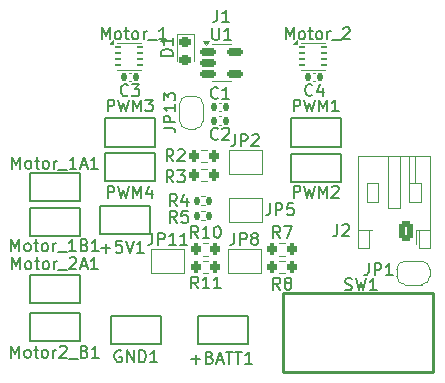
<source format=gbr>
%TF.GenerationSoftware,KiCad,Pcbnew,8.0.0*%
%TF.CreationDate,2024-03-24T20:02:06+02:00*%
%TF.ProjectId,Power Subsystem,506f7765-7220-4537-9562-73797374656d,rev?*%
%TF.SameCoordinates,Original*%
%TF.FileFunction,Legend,Top*%
%TF.FilePolarity,Positive*%
%FSLAX46Y46*%
G04 Gerber Fmt 4.6, Leading zero omitted, Abs format (unit mm)*
G04 Created by KiCad (PCBNEW 8.0.0) date 2024-03-24 20:02:06*
%MOMM*%
%LPD*%
G01*
G04 APERTURE LIST*
G04 Aperture macros list*
%AMRoundRect*
0 Rectangle with rounded corners*
0 $1 Rounding radius*
0 $2 $3 $4 $5 $6 $7 $8 $9 X,Y pos of 4 corners*
0 Add a 4 corners polygon primitive as box body*
4,1,4,$2,$3,$4,$5,$6,$7,$8,$9,$2,$3,0*
0 Add four circle primitives for the rounded corners*
1,1,$1+$1,$2,$3*
1,1,$1+$1,$4,$5*
1,1,$1+$1,$6,$7*
1,1,$1+$1,$8,$9*
0 Add four rect primitives between the rounded corners*
20,1,$1+$1,$2,$3,$4,$5,0*
20,1,$1+$1,$4,$5,$6,$7,0*
20,1,$1+$1,$6,$7,$8,$9,0*
20,1,$1+$1,$8,$9,$2,$3,0*%
%AMFreePoly0*
4,1,19,0.500000,-0.750000,0.000000,-0.750000,0.000000,-0.744911,-0.071157,-0.744911,-0.207708,-0.704816,-0.327430,-0.627875,-0.420627,-0.520320,-0.479746,-0.390866,-0.500000,-0.250000,-0.500000,0.250000,-0.479746,0.390866,-0.420627,0.520320,-0.327430,0.627875,-0.207708,0.704816,-0.071157,0.744911,0.000000,0.744911,0.000000,0.750000,0.500000,0.750000,0.500000,-0.750000,0.500000,-0.750000,
$1*%
%AMFreePoly1*
4,1,19,0.000000,0.744911,0.071157,0.744911,0.207708,0.704816,0.327430,0.627875,0.420627,0.520320,0.479746,0.390866,0.500000,0.250000,0.500000,-0.250000,0.479746,-0.390866,0.420627,-0.520320,0.327430,-0.627875,0.207708,-0.704816,0.071157,-0.744911,0.000000,-0.744911,0.000000,-0.750000,-0.500000,-0.750000,-0.500000,0.750000,0.000000,0.750000,0.000000,0.744911,0.000000,0.744911,
$1*%
%AMFreePoly2*
4,1,6,1.000000,0.000000,0.500000,-0.750000,-0.500000,-0.750000,-0.500000,0.750000,0.500000,0.750000,1.000000,0.000000,1.000000,0.000000,$1*%
%AMFreePoly3*
4,1,6,0.500000,-0.750000,-0.650000,-0.750000,-0.150000,0.000000,-0.650000,0.750000,0.500000,0.750000,0.500000,-0.750000,0.500000,-0.750000,$1*%
G04 Aperture macros list end*
%ADD10C,0.150000*%
%ADD11C,0.254000*%
%ADD12C,0.120000*%
%ADD13C,2.500000*%
%ADD14FreePoly0,0.000000*%
%ADD15FreePoly1,0.000000*%
%ADD16RoundRect,0.140000X0.140000X0.170000X-0.140000X0.170000X-0.140000X-0.170000X0.140000X-0.170000X0*%
%ADD17RoundRect,0.200000X-0.200000X-0.275000X0.200000X-0.275000X0.200000X0.275000X-0.200000X0.275000X0*%
%ADD18R,3.800000X2.000000*%
%ADD19RoundRect,0.250000X0.350000X0.625000X-0.350000X0.625000X-0.350000X-0.625000X0.350000X-0.625000X0*%
%ADD20O,1.200000X1.750000*%
%ADD21FreePoly2,180.000000*%
%ADD22FreePoly3,180.000000*%
%ADD23FreePoly0,90.000000*%
%ADD24FreePoly1,90.000000*%
%ADD25FreePoly2,0.000000*%
%ADD26FreePoly3,0.000000*%
%ADD27RoundRect,0.062500X-0.187500X-0.062500X0.187500X-0.062500X0.187500X0.062500X-0.187500X0.062500X0*%
%ADD28R,0.900000X1.600000*%
%ADD29RoundRect,0.150000X-0.512500X-0.150000X0.512500X-0.150000X0.512500X0.150000X-0.512500X0.150000X0*%
%ADD30RoundRect,0.200000X0.200000X0.275000X-0.200000X0.275000X-0.200000X-0.275000X0.200000X-0.275000X0*%
%ADD31RoundRect,0.135000X0.135000X0.185000X-0.135000X0.185000X-0.135000X-0.185000X0.135000X-0.185000X0*%
%ADD32RoundRect,0.140000X-0.140000X-0.170000X0.140000X-0.170000X0.140000X0.170000X-0.140000X0.170000X0*%
%ADD33RoundRect,0.218750X-0.256250X0.218750X-0.256250X-0.218750X0.256250X-0.218750X0.256250X0.218750X0*%
%ADD34R,1.700000X1.700000*%
%ADD35O,1.700000X1.700000*%
G04 APERTURE END LIST*
D10*
X159956667Y-70257200D02*
X160099524Y-70304819D01*
X160099524Y-70304819D02*
X160337619Y-70304819D01*
X160337619Y-70304819D02*
X160432857Y-70257200D01*
X160432857Y-70257200D02*
X160480476Y-70209580D01*
X160480476Y-70209580D02*
X160528095Y-70114342D01*
X160528095Y-70114342D02*
X160528095Y-70019104D01*
X160528095Y-70019104D02*
X160480476Y-69923866D01*
X160480476Y-69923866D02*
X160432857Y-69876247D01*
X160432857Y-69876247D02*
X160337619Y-69828628D01*
X160337619Y-69828628D02*
X160147143Y-69781009D01*
X160147143Y-69781009D02*
X160051905Y-69733390D01*
X160051905Y-69733390D02*
X160004286Y-69685771D01*
X160004286Y-69685771D02*
X159956667Y-69590533D01*
X159956667Y-69590533D02*
X159956667Y-69495295D01*
X159956667Y-69495295D02*
X160004286Y-69400057D01*
X160004286Y-69400057D02*
X160051905Y-69352438D01*
X160051905Y-69352438D02*
X160147143Y-69304819D01*
X160147143Y-69304819D02*
X160385238Y-69304819D01*
X160385238Y-69304819D02*
X160528095Y-69352438D01*
X160861429Y-69304819D02*
X161099524Y-70304819D01*
X161099524Y-70304819D02*
X161290000Y-69590533D01*
X161290000Y-69590533D02*
X161480476Y-70304819D01*
X161480476Y-70304819D02*
X161718572Y-69304819D01*
X162623333Y-70304819D02*
X162051905Y-70304819D01*
X162337619Y-70304819D02*
X162337619Y-69304819D01*
X162337619Y-69304819D02*
X162242381Y-69447676D01*
X162242381Y-69447676D02*
X162147143Y-69542914D01*
X162147143Y-69542914D02*
X162051905Y-69590533D01*
X161980666Y-68034819D02*
X161980666Y-68749104D01*
X161980666Y-68749104D02*
X161933047Y-68891961D01*
X161933047Y-68891961D02*
X161837809Y-68987200D01*
X161837809Y-68987200D02*
X161694952Y-69034819D01*
X161694952Y-69034819D02*
X161599714Y-69034819D01*
X162456857Y-69034819D02*
X162456857Y-68034819D01*
X162456857Y-68034819D02*
X162837809Y-68034819D01*
X162837809Y-68034819D02*
X162933047Y-68082438D01*
X162933047Y-68082438D02*
X162980666Y-68130057D01*
X162980666Y-68130057D02*
X163028285Y-68225295D01*
X163028285Y-68225295D02*
X163028285Y-68368152D01*
X163028285Y-68368152D02*
X162980666Y-68463390D01*
X162980666Y-68463390D02*
X162933047Y-68511009D01*
X162933047Y-68511009D02*
X162837809Y-68558628D01*
X162837809Y-68558628D02*
X162456857Y-68558628D01*
X163980666Y-69034819D02*
X163409238Y-69034819D01*
X163694952Y-69034819D02*
X163694952Y-68034819D01*
X163694952Y-68034819D02*
X163599714Y-68177676D01*
X163599714Y-68177676D02*
X163504476Y-68272914D01*
X163504476Y-68272914D02*
X163409238Y-68320533D01*
X141576333Y-53782580D02*
X141528714Y-53830200D01*
X141528714Y-53830200D02*
X141385857Y-53877819D01*
X141385857Y-53877819D02*
X141290619Y-53877819D01*
X141290619Y-53877819D02*
X141147762Y-53830200D01*
X141147762Y-53830200D02*
X141052524Y-53734961D01*
X141052524Y-53734961D02*
X141004905Y-53639723D01*
X141004905Y-53639723D02*
X140957286Y-53449247D01*
X140957286Y-53449247D02*
X140957286Y-53306390D01*
X140957286Y-53306390D02*
X141004905Y-53115914D01*
X141004905Y-53115914D02*
X141052524Y-53020676D01*
X141052524Y-53020676D02*
X141147762Y-52925438D01*
X141147762Y-52925438D02*
X141290619Y-52877819D01*
X141290619Y-52877819D02*
X141385857Y-52877819D01*
X141385857Y-52877819D02*
X141528714Y-52925438D01*
X141528714Y-52925438D02*
X141576333Y-52973057D01*
X141909667Y-52877819D02*
X142528714Y-52877819D01*
X142528714Y-52877819D02*
X142195381Y-53258771D01*
X142195381Y-53258771D02*
X142338238Y-53258771D01*
X142338238Y-53258771D02*
X142433476Y-53306390D01*
X142433476Y-53306390D02*
X142481095Y-53354009D01*
X142481095Y-53354009D02*
X142528714Y-53449247D01*
X142528714Y-53449247D02*
X142528714Y-53687342D01*
X142528714Y-53687342D02*
X142481095Y-53782580D01*
X142481095Y-53782580D02*
X142433476Y-53830200D01*
X142433476Y-53830200D02*
X142338238Y-53877819D01*
X142338238Y-53877819D02*
X142052524Y-53877819D01*
X142052524Y-53877819D02*
X141957286Y-53830200D01*
X141957286Y-53830200D02*
X141909667Y-53782580D01*
X145425533Y-61160819D02*
X145092200Y-60684628D01*
X144854105Y-61160819D02*
X144854105Y-60160819D01*
X144854105Y-60160819D02*
X145235057Y-60160819D01*
X145235057Y-60160819D02*
X145330295Y-60208438D01*
X145330295Y-60208438D02*
X145377914Y-60256057D01*
X145377914Y-60256057D02*
X145425533Y-60351295D01*
X145425533Y-60351295D02*
X145425533Y-60494152D01*
X145425533Y-60494152D02*
X145377914Y-60589390D01*
X145377914Y-60589390D02*
X145330295Y-60637009D01*
X145330295Y-60637009D02*
X145235057Y-60684628D01*
X145235057Y-60684628D02*
X144854105Y-60684628D01*
X145758867Y-60160819D02*
X146377914Y-60160819D01*
X146377914Y-60160819D02*
X146044581Y-60541771D01*
X146044581Y-60541771D02*
X146187438Y-60541771D01*
X146187438Y-60541771D02*
X146282676Y-60589390D01*
X146282676Y-60589390D02*
X146330295Y-60637009D01*
X146330295Y-60637009D02*
X146377914Y-60732247D01*
X146377914Y-60732247D02*
X146377914Y-60970342D01*
X146377914Y-60970342D02*
X146330295Y-61065580D01*
X146330295Y-61065580D02*
X146282676Y-61113200D01*
X146282676Y-61113200D02*
X146187438Y-61160819D01*
X146187438Y-61160819D02*
X145901724Y-61160819D01*
X145901724Y-61160819D02*
X145806486Y-61113200D01*
X145806486Y-61113200D02*
X145758867Y-61065580D01*
X155610048Y-62465819D02*
X155610048Y-61465819D01*
X155610048Y-61465819D02*
X155991000Y-61465819D01*
X155991000Y-61465819D02*
X156086238Y-61513438D01*
X156086238Y-61513438D02*
X156133857Y-61561057D01*
X156133857Y-61561057D02*
X156181476Y-61656295D01*
X156181476Y-61656295D02*
X156181476Y-61799152D01*
X156181476Y-61799152D02*
X156133857Y-61894390D01*
X156133857Y-61894390D02*
X156086238Y-61942009D01*
X156086238Y-61942009D02*
X155991000Y-61989628D01*
X155991000Y-61989628D02*
X155610048Y-61989628D01*
X156514810Y-61465819D02*
X156752905Y-62465819D01*
X156752905Y-62465819D02*
X156943381Y-61751533D01*
X156943381Y-61751533D02*
X157133857Y-62465819D01*
X157133857Y-62465819D02*
X157371953Y-61465819D01*
X157752905Y-62465819D02*
X157752905Y-61465819D01*
X157752905Y-61465819D02*
X158086238Y-62180104D01*
X158086238Y-62180104D02*
X158419571Y-61465819D01*
X158419571Y-61465819D02*
X158419571Y-62465819D01*
X158848143Y-61561057D02*
X158895762Y-61513438D01*
X158895762Y-61513438D02*
X158991000Y-61465819D01*
X158991000Y-61465819D02*
X159229095Y-61465819D01*
X159229095Y-61465819D02*
X159324333Y-61513438D01*
X159324333Y-61513438D02*
X159371952Y-61561057D01*
X159371952Y-61561057D02*
X159419571Y-61656295D01*
X159419571Y-61656295D02*
X159419571Y-61751533D01*
X159419571Y-61751533D02*
X159371952Y-61894390D01*
X159371952Y-61894390D02*
X158800524Y-62465819D01*
X158800524Y-62465819D02*
X159419571Y-62465819D01*
X139862048Y-55166819D02*
X139862048Y-54166819D01*
X139862048Y-54166819D02*
X140243000Y-54166819D01*
X140243000Y-54166819D02*
X140338238Y-54214438D01*
X140338238Y-54214438D02*
X140385857Y-54262057D01*
X140385857Y-54262057D02*
X140433476Y-54357295D01*
X140433476Y-54357295D02*
X140433476Y-54500152D01*
X140433476Y-54500152D02*
X140385857Y-54595390D01*
X140385857Y-54595390D02*
X140338238Y-54643009D01*
X140338238Y-54643009D02*
X140243000Y-54690628D01*
X140243000Y-54690628D02*
X139862048Y-54690628D01*
X140766810Y-54166819D02*
X141004905Y-55166819D01*
X141004905Y-55166819D02*
X141195381Y-54452533D01*
X141195381Y-54452533D02*
X141385857Y-55166819D01*
X141385857Y-55166819D02*
X141623953Y-54166819D01*
X142004905Y-55166819D02*
X142004905Y-54166819D01*
X142004905Y-54166819D02*
X142338238Y-54881104D01*
X142338238Y-54881104D02*
X142671571Y-54166819D01*
X142671571Y-54166819D02*
X142671571Y-55166819D01*
X143052524Y-54166819D02*
X143671571Y-54166819D01*
X143671571Y-54166819D02*
X143338238Y-54547771D01*
X143338238Y-54547771D02*
X143481095Y-54547771D01*
X143481095Y-54547771D02*
X143576333Y-54595390D01*
X143576333Y-54595390D02*
X143623952Y-54643009D01*
X143623952Y-54643009D02*
X143671571Y-54738247D01*
X143671571Y-54738247D02*
X143671571Y-54976342D01*
X143671571Y-54976342D02*
X143623952Y-55071580D01*
X143623952Y-55071580D02*
X143576333Y-55119200D01*
X143576333Y-55119200D02*
X143481095Y-55166819D01*
X143481095Y-55166819D02*
X143195381Y-55166819D01*
X143195381Y-55166819D02*
X143100143Y-55119200D01*
X143100143Y-55119200D02*
X143052524Y-55071580D01*
X154466933Y-70254019D02*
X154133600Y-69777828D01*
X153895505Y-70254019D02*
X153895505Y-69254019D01*
X153895505Y-69254019D02*
X154276457Y-69254019D01*
X154276457Y-69254019D02*
X154371695Y-69301638D01*
X154371695Y-69301638D02*
X154419314Y-69349257D01*
X154419314Y-69349257D02*
X154466933Y-69444495D01*
X154466933Y-69444495D02*
X154466933Y-69587352D01*
X154466933Y-69587352D02*
X154419314Y-69682590D01*
X154419314Y-69682590D02*
X154371695Y-69730209D01*
X154371695Y-69730209D02*
X154276457Y-69777828D01*
X154276457Y-69777828D02*
X153895505Y-69777828D01*
X155038362Y-69682590D02*
X154943124Y-69634971D01*
X154943124Y-69634971D02*
X154895505Y-69587352D01*
X154895505Y-69587352D02*
X154847886Y-69492114D01*
X154847886Y-69492114D02*
X154847886Y-69444495D01*
X154847886Y-69444495D02*
X154895505Y-69349257D01*
X154895505Y-69349257D02*
X154943124Y-69301638D01*
X154943124Y-69301638D02*
X155038362Y-69254019D01*
X155038362Y-69254019D02*
X155228838Y-69254019D01*
X155228838Y-69254019D02*
X155324076Y-69301638D01*
X155324076Y-69301638D02*
X155371695Y-69349257D01*
X155371695Y-69349257D02*
X155419314Y-69444495D01*
X155419314Y-69444495D02*
X155419314Y-69492114D01*
X155419314Y-69492114D02*
X155371695Y-69587352D01*
X155371695Y-69587352D02*
X155324076Y-69634971D01*
X155324076Y-69634971D02*
X155228838Y-69682590D01*
X155228838Y-69682590D02*
X155038362Y-69682590D01*
X155038362Y-69682590D02*
X154943124Y-69730209D01*
X154943124Y-69730209D02*
X154895505Y-69777828D01*
X154895505Y-69777828D02*
X154847886Y-69873066D01*
X154847886Y-69873066D02*
X154847886Y-70063542D01*
X154847886Y-70063542D02*
X154895505Y-70158780D01*
X154895505Y-70158780D02*
X154943124Y-70206400D01*
X154943124Y-70206400D02*
X155038362Y-70254019D01*
X155038362Y-70254019D02*
X155228838Y-70254019D01*
X155228838Y-70254019D02*
X155324076Y-70206400D01*
X155324076Y-70206400D02*
X155371695Y-70158780D01*
X155371695Y-70158780D02*
X155419314Y-70063542D01*
X155419314Y-70063542D02*
X155419314Y-69873066D01*
X155419314Y-69873066D02*
X155371695Y-69777828D01*
X155371695Y-69777828D02*
X155324076Y-69730209D01*
X155324076Y-69730209D02*
X155228838Y-69682590D01*
X159305666Y-64732819D02*
X159305666Y-65447104D01*
X159305666Y-65447104D02*
X159258047Y-65589961D01*
X159258047Y-65589961D02*
X159162809Y-65685200D01*
X159162809Y-65685200D02*
X159019952Y-65732819D01*
X159019952Y-65732819D02*
X158924714Y-65732819D01*
X159734238Y-64828057D02*
X159781857Y-64780438D01*
X159781857Y-64780438D02*
X159877095Y-64732819D01*
X159877095Y-64732819D02*
X160115190Y-64732819D01*
X160115190Y-64732819D02*
X160210428Y-64780438D01*
X160210428Y-64780438D02*
X160258047Y-64828057D01*
X160258047Y-64828057D02*
X160305666Y-64923295D01*
X160305666Y-64923295D02*
X160305666Y-65018533D01*
X160305666Y-65018533D02*
X160258047Y-65161390D01*
X160258047Y-65161390D02*
X159686619Y-65732819D01*
X159686619Y-65732819D02*
X160305666Y-65732819D01*
X150651666Y-57112819D02*
X150651666Y-57827104D01*
X150651666Y-57827104D02*
X150604047Y-57969961D01*
X150604047Y-57969961D02*
X150508809Y-58065200D01*
X150508809Y-58065200D02*
X150365952Y-58112819D01*
X150365952Y-58112819D02*
X150270714Y-58112819D01*
X151127857Y-58112819D02*
X151127857Y-57112819D01*
X151127857Y-57112819D02*
X151508809Y-57112819D01*
X151508809Y-57112819D02*
X151604047Y-57160438D01*
X151604047Y-57160438D02*
X151651666Y-57208057D01*
X151651666Y-57208057D02*
X151699285Y-57303295D01*
X151699285Y-57303295D02*
X151699285Y-57446152D01*
X151699285Y-57446152D02*
X151651666Y-57541390D01*
X151651666Y-57541390D02*
X151604047Y-57589009D01*
X151604047Y-57589009D02*
X151508809Y-57636628D01*
X151508809Y-57636628D02*
X151127857Y-57636628D01*
X152080238Y-57208057D02*
X152127857Y-57160438D01*
X152127857Y-57160438D02*
X152223095Y-57112819D01*
X152223095Y-57112819D02*
X152461190Y-57112819D01*
X152461190Y-57112819D02*
X152556428Y-57160438D01*
X152556428Y-57160438D02*
X152604047Y-57208057D01*
X152604047Y-57208057D02*
X152651666Y-57303295D01*
X152651666Y-57303295D02*
X152651666Y-57398533D01*
X152651666Y-57398533D02*
X152604047Y-57541390D01*
X152604047Y-57541390D02*
X152032619Y-58112819D01*
X152032619Y-58112819D02*
X152651666Y-58112819D01*
X144593819Y-56569523D02*
X145308104Y-56569523D01*
X145308104Y-56569523D02*
X145450961Y-56617142D01*
X145450961Y-56617142D02*
X145546200Y-56712380D01*
X145546200Y-56712380D02*
X145593819Y-56855237D01*
X145593819Y-56855237D02*
X145593819Y-56950475D01*
X145593819Y-56093332D02*
X144593819Y-56093332D01*
X144593819Y-56093332D02*
X144593819Y-55712380D01*
X144593819Y-55712380D02*
X144641438Y-55617142D01*
X144641438Y-55617142D02*
X144689057Y-55569523D01*
X144689057Y-55569523D02*
X144784295Y-55521904D01*
X144784295Y-55521904D02*
X144927152Y-55521904D01*
X144927152Y-55521904D02*
X145022390Y-55569523D01*
X145022390Y-55569523D02*
X145070009Y-55617142D01*
X145070009Y-55617142D02*
X145117628Y-55712380D01*
X145117628Y-55712380D02*
X145117628Y-56093332D01*
X145593819Y-54569523D02*
X145593819Y-55140951D01*
X145593819Y-54855237D02*
X144593819Y-54855237D01*
X144593819Y-54855237D02*
X144736676Y-54950475D01*
X144736676Y-54950475D02*
X144831914Y-55045713D01*
X144831914Y-55045713D02*
X144879533Y-55140951D01*
X144593819Y-54236189D02*
X144593819Y-53617142D01*
X144593819Y-53617142D02*
X144974771Y-53950475D01*
X144974771Y-53950475D02*
X144974771Y-53807618D01*
X144974771Y-53807618D02*
X145022390Y-53712380D01*
X145022390Y-53712380D02*
X145070009Y-53664761D01*
X145070009Y-53664761D02*
X145165247Y-53617142D01*
X145165247Y-53617142D02*
X145403342Y-53617142D01*
X145403342Y-53617142D02*
X145498580Y-53664761D01*
X145498580Y-53664761D02*
X145546200Y-53712380D01*
X145546200Y-53712380D02*
X145593819Y-53807618D01*
X145593819Y-53807618D02*
X145593819Y-54093332D01*
X145593819Y-54093332D02*
X145546200Y-54188570D01*
X145546200Y-54188570D02*
X145498580Y-54236189D01*
X157197333Y-53765580D02*
X157149714Y-53813200D01*
X157149714Y-53813200D02*
X157006857Y-53860819D01*
X157006857Y-53860819D02*
X156911619Y-53860819D01*
X156911619Y-53860819D02*
X156768762Y-53813200D01*
X156768762Y-53813200D02*
X156673524Y-53717961D01*
X156673524Y-53717961D02*
X156625905Y-53622723D01*
X156625905Y-53622723D02*
X156578286Y-53432247D01*
X156578286Y-53432247D02*
X156578286Y-53289390D01*
X156578286Y-53289390D02*
X156625905Y-53098914D01*
X156625905Y-53098914D02*
X156673524Y-53003676D01*
X156673524Y-53003676D02*
X156768762Y-52908438D01*
X156768762Y-52908438D02*
X156911619Y-52860819D01*
X156911619Y-52860819D02*
X157006857Y-52860819D01*
X157006857Y-52860819D02*
X157149714Y-52908438D01*
X157149714Y-52908438D02*
X157197333Y-52956057D01*
X158054476Y-53194152D02*
X158054476Y-53860819D01*
X157816381Y-52813200D02*
X157578286Y-53527485D01*
X157578286Y-53527485D02*
X158197333Y-53527485D01*
X149196333Y-57465580D02*
X149148714Y-57513200D01*
X149148714Y-57513200D02*
X149005857Y-57560819D01*
X149005857Y-57560819D02*
X148910619Y-57560819D01*
X148910619Y-57560819D02*
X148767762Y-57513200D01*
X148767762Y-57513200D02*
X148672524Y-57417961D01*
X148672524Y-57417961D02*
X148624905Y-57322723D01*
X148624905Y-57322723D02*
X148577286Y-57132247D01*
X148577286Y-57132247D02*
X148577286Y-56989390D01*
X148577286Y-56989390D02*
X148624905Y-56798914D01*
X148624905Y-56798914D02*
X148672524Y-56703676D01*
X148672524Y-56703676D02*
X148767762Y-56608438D01*
X148767762Y-56608438D02*
X148910619Y-56560819D01*
X148910619Y-56560819D02*
X149005857Y-56560819D01*
X149005857Y-56560819D02*
X149148714Y-56608438D01*
X149148714Y-56608438D02*
X149196333Y-56656057D01*
X149577286Y-56656057D02*
X149624905Y-56608438D01*
X149624905Y-56608438D02*
X149720143Y-56560819D01*
X149720143Y-56560819D02*
X149958238Y-56560819D01*
X149958238Y-56560819D02*
X150053476Y-56608438D01*
X150053476Y-56608438D02*
X150101095Y-56656057D01*
X150101095Y-56656057D02*
X150148714Y-56751295D01*
X150148714Y-56751295D02*
X150148714Y-56846533D01*
X150148714Y-56846533D02*
X150101095Y-56989390D01*
X150101095Y-56989390D02*
X149529667Y-57560819D01*
X149529667Y-57560819D02*
X150148714Y-57560819D01*
X153610266Y-62954819D02*
X153610266Y-63669104D01*
X153610266Y-63669104D02*
X153562647Y-63811961D01*
X153562647Y-63811961D02*
X153467409Y-63907200D01*
X153467409Y-63907200D02*
X153324552Y-63954819D01*
X153324552Y-63954819D02*
X153229314Y-63954819D01*
X154086457Y-63954819D02*
X154086457Y-62954819D01*
X154086457Y-62954819D02*
X154467409Y-62954819D01*
X154467409Y-62954819D02*
X154562647Y-63002438D01*
X154562647Y-63002438D02*
X154610266Y-63050057D01*
X154610266Y-63050057D02*
X154657885Y-63145295D01*
X154657885Y-63145295D02*
X154657885Y-63288152D01*
X154657885Y-63288152D02*
X154610266Y-63383390D01*
X154610266Y-63383390D02*
X154562647Y-63431009D01*
X154562647Y-63431009D02*
X154467409Y-63478628D01*
X154467409Y-63478628D02*
X154086457Y-63478628D01*
X155562647Y-62954819D02*
X155086457Y-62954819D01*
X155086457Y-62954819D02*
X155038838Y-63431009D01*
X155038838Y-63431009D02*
X155086457Y-63383390D01*
X155086457Y-63383390D02*
X155181695Y-63335771D01*
X155181695Y-63335771D02*
X155419790Y-63335771D01*
X155419790Y-63335771D02*
X155515028Y-63383390D01*
X155515028Y-63383390D02*
X155562647Y-63431009D01*
X155562647Y-63431009D02*
X155610266Y-63526247D01*
X155610266Y-63526247D02*
X155610266Y-63764342D01*
X155610266Y-63764342D02*
X155562647Y-63859580D01*
X155562647Y-63859580D02*
X155515028Y-63907200D01*
X155515028Y-63907200D02*
X155419790Y-63954819D01*
X155419790Y-63954819D02*
X155181695Y-63954819D01*
X155181695Y-63954819D02*
X155086457Y-63907200D01*
X155086457Y-63907200D02*
X155038838Y-63859580D01*
X147513742Y-70152419D02*
X147180409Y-69676228D01*
X146942314Y-70152419D02*
X146942314Y-69152419D01*
X146942314Y-69152419D02*
X147323266Y-69152419D01*
X147323266Y-69152419D02*
X147418504Y-69200038D01*
X147418504Y-69200038D02*
X147466123Y-69247657D01*
X147466123Y-69247657D02*
X147513742Y-69342895D01*
X147513742Y-69342895D02*
X147513742Y-69485752D01*
X147513742Y-69485752D02*
X147466123Y-69580990D01*
X147466123Y-69580990D02*
X147418504Y-69628609D01*
X147418504Y-69628609D02*
X147323266Y-69676228D01*
X147323266Y-69676228D02*
X146942314Y-69676228D01*
X148466123Y-70152419D02*
X147894695Y-70152419D01*
X148180409Y-70152419D02*
X148180409Y-69152419D01*
X148180409Y-69152419D02*
X148085171Y-69295276D01*
X148085171Y-69295276D02*
X147989933Y-69390514D01*
X147989933Y-69390514D02*
X147894695Y-69438133D01*
X149418504Y-70152419D02*
X148847076Y-70152419D01*
X149132790Y-70152419D02*
X149132790Y-69152419D01*
X149132790Y-69152419D02*
X149037552Y-69295276D01*
X149037552Y-69295276D02*
X148942314Y-69390514D01*
X148942314Y-69390514D02*
X148847076Y-69438133D01*
X139371523Y-49058819D02*
X139371523Y-48058819D01*
X139371523Y-48058819D02*
X139704856Y-48773104D01*
X139704856Y-48773104D02*
X140038189Y-48058819D01*
X140038189Y-48058819D02*
X140038189Y-49058819D01*
X140657237Y-49058819D02*
X140561999Y-49011200D01*
X140561999Y-49011200D02*
X140514380Y-48963580D01*
X140514380Y-48963580D02*
X140466761Y-48868342D01*
X140466761Y-48868342D02*
X140466761Y-48582628D01*
X140466761Y-48582628D02*
X140514380Y-48487390D01*
X140514380Y-48487390D02*
X140561999Y-48439771D01*
X140561999Y-48439771D02*
X140657237Y-48392152D01*
X140657237Y-48392152D02*
X140800094Y-48392152D01*
X140800094Y-48392152D02*
X140895332Y-48439771D01*
X140895332Y-48439771D02*
X140942951Y-48487390D01*
X140942951Y-48487390D02*
X140990570Y-48582628D01*
X140990570Y-48582628D02*
X140990570Y-48868342D01*
X140990570Y-48868342D02*
X140942951Y-48963580D01*
X140942951Y-48963580D02*
X140895332Y-49011200D01*
X140895332Y-49011200D02*
X140800094Y-49058819D01*
X140800094Y-49058819D02*
X140657237Y-49058819D01*
X141276285Y-48392152D02*
X141657237Y-48392152D01*
X141419142Y-48058819D02*
X141419142Y-48915961D01*
X141419142Y-48915961D02*
X141466761Y-49011200D01*
X141466761Y-49011200D02*
X141561999Y-49058819D01*
X141561999Y-49058819D02*
X141657237Y-49058819D01*
X142133428Y-49058819D02*
X142038190Y-49011200D01*
X142038190Y-49011200D02*
X141990571Y-48963580D01*
X141990571Y-48963580D02*
X141942952Y-48868342D01*
X141942952Y-48868342D02*
X141942952Y-48582628D01*
X141942952Y-48582628D02*
X141990571Y-48487390D01*
X141990571Y-48487390D02*
X142038190Y-48439771D01*
X142038190Y-48439771D02*
X142133428Y-48392152D01*
X142133428Y-48392152D02*
X142276285Y-48392152D01*
X142276285Y-48392152D02*
X142371523Y-48439771D01*
X142371523Y-48439771D02*
X142419142Y-48487390D01*
X142419142Y-48487390D02*
X142466761Y-48582628D01*
X142466761Y-48582628D02*
X142466761Y-48868342D01*
X142466761Y-48868342D02*
X142419142Y-48963580D01*
X142419142Y-48963580D02*
X142371523Y-49011200D01*
X142371523Y-49011200D02*
X142276285Y-49058819D01*
X142276285Y-49058819D02*
X142133428Y-49058819D01*
X142895333Y-49058819D02*
X142895333Y-48392152D01*
X142895333Y-48582628D02*
X142942952Y-48487390D01*
X142942952Y-48487390D02*
X142990571Y-48439771D01*
X142990571Y-48439771D02*
X143085809Y-48392152D01*
X143085809Y-48392152D02*
X143181047Y-48392152D01*
X143276286Y-49154057D02*
X144038190Y-49154057D01*
X144800095Y-49058819D02*
X144228667Y-49058819D01*
X144514381Y-49058819D02*
X144514381Y-48058819D01*
X144514381Y-48058819D02*
X144419143Y-48201676D01*
X144419143Y-48201676D02*
X144323905Y-48296914D01*
X144323905Y-48296914D02*
X144228667Y-48344533D01*
X131715333Y-76019819D02*
X131715333Y-75019819D01*
X131715333Y-75019819D02*
X132048666Y-75734104D01*
X132048666Y-75734104D02*
X132381999Y-75019819D01*
X132381999Y-75019819D02*
X132381999Y-76019819D01*
X133001047Y-76019819D02*
X132905809Y-75972200D01*
X132905809Y-75972200D02*
X132858190Y-75924580D01*
X132858190Y-75924580D02*
X132810571Y-75829342D01*
X132810571Y-75829342D02*
X132810571Y-75543628D01*
X132810571Y-75543628D02*
X132858190Y-75448390D01*
X132858190Y-75448390D02*
X132905809Y-75400771D01*
X132905809Y-75400771D02*
X133001047Y-75353152D01*
X133001047Y-75353152D02*
X133143904Y-75353152D01*
X133143904Y-75353152D02*
X133239142Y-75400771D01*
X133239142Y-75400771D02*
X133286761Y-75448390D01*
X133286761Y-75448390D02*
X133334380Y-75543628D01*
X133334380Y-75543628D02*
X133334380Y-75829342D01*
X133334380Y-75829342D02*
X133286761Y-75924580D01*
X133286761Y-75924580D02*
X133239142Y-75972200D01*
X133239142Y-75972200D02*
X133143904Y-76019819D01*
X133143904Y-76019819D02*
X133001047Y-76019819D01*
X133620095Y-75353152D02*
X134001047Y-75353152D01*
X133762952Y-75019819D02*
X133762952Y-75876961D01*
X133762952Y-75876961D02*
X133810571Y-75972200D01*
X133810571Y-75972200D02*
X133905809Y-76019819D01*
X133905809Y-76019819D02*
X134001047Y-76019819D01*
X134477238Y-76019819D02*
X134382000Y-75972200D01*
X134382000Y-75972200D02*
X134334381Y-75924580D01*
X134334381Y-75924580D02*
X134286762Y-75829342D01*
X134286762Y-75829342D02*
X134286762Y-75543628D01*
X134286762Y-75543628D02*
X134334381Y-75448390D01*
X134334381Y-75448390D02*
X134382000Y-75400771D01*
X134382000Y-75400771D02*
X134477238Y-75353152D01*
X134477238Y-75353152D02*
X134620095Y-75353152D01*
X134620095Y-75353152D02*
X134715333Y-75400771D01*
X134715333Y-75400771D02*
X134762952Y-75448390D01*
X134762952Y-75448390D02*
X134810571Y-75543628D01*
X134810571Y-75543628D02*
X134810571Y-75829342D01*
X134810571Y-75829342D02*
X134762952Y-75924580D01*
X134762952Y-75924580D02*
X134715333Y-75972200D01*
X134715333Y-75972200D02*
X134620095Y-76019819D01*
X134620095Y-76019819D02*
X134477238Y-76019819D01*
X135239143Y-76019819D02*
X135239143Y-75353152D01*
X135239143Y-75543628D02*
X135286762Y-75448390D01*
X135286762Y-75448390D02*
X135334381Y-75400771D01*
X135334381Y-75400771D02*
X135429619Y-75353152D01*
X135429619Y-75353152D02*
X135524857Y-75353152D01*
X135810572Y-75115057D02*
X135858191Y-75067438D01*
X135858191Y-75067438D02*
X135953429Y-75019819D01*
X135953429Y-75019819D02*
X136191524Y-75019819D01*
X136191524Y-75019819D02*
X136286762Y-75067438D01*
X136286762Y-75067438D02*
X136334381Y-75115057D01*
X136334381Y-75115057D02*
X136382000Y-75210295D01*
X136382000Y-75210295D02*
X136382000Y-75305533D01*
X136382000Y-75305533D02*
X136334381Y-75448390D01*
X136334381Y-75448390D02*
X135762953Y-76019819D01*
X135762953Y-76019819D02*
X136382000Y-76019819D01*
X136572477Y-76115057D02*
X137334381Y-76115057D01*
X137905810Y-75496009D02*
X138048667Y-75543628D01*
X138048667Y-75543628D02*
X138096286Y-75591247D01*
X138096286Y-75591247D02*
X138143905Y-75686485D01*
X138143905Y-75686485D02*
X138143905Y-75829342D01*
X138143905Y-75829342D02*
X138096286Y-75924580D01*
X138096286Y-75924580D02*
X138048667Y-75972200D01*
X138048667Y-75972200D02*
X137953429Y-76019819D01*
X137953429Y-76019819D02*
X137572477Y-76019819D01*
X137572477Y-76019819D02*
X137572477Y-75019819D01*
X137572477Y-75019819D02*
X137905810Y-75019819D01*
X137905810Y-75019819D02*
X138001048Y-75067438D01*
X138001048Y-75067438D02*
X138048667Y-75115057D01*
X138048667Y-75115057D02*
X138096286Y-75210295D01*
X138096286Y-75210295D02*
X138096286Y-75305533D01*
X138096286Y-75305533D02*
X138048667Y-75400771D01*
X138048667Y-75400771D02*
X138001048Y-75448390D01*
X138001048Y-75448390D02*
X137905810Y-75496009D01*
X137905810Y-75496009D02*
X137572477Y-75496009D01*
X139096286Y-76019819D02*
X138524858Y-76019819D01*
X138810572Y-76019819D02*
X138810572Y-75019819D01*
X138810572Y-75019819D02*
X138715334Y-75162676D01*
X138715334Y-75162676D02*
X138620096Y-75257914D01*
X138620096Y-75257914D02*
X138524858Y-75305533D01*
X143634476Y-65472819D02*
X143634476Y-66187104D01*
X143634476Y-66187104D02*
X143586857Y-66329961D01*
X143586857Y-66329961D02*
X143491619Y-66425200D01*
X143491619Y-66425200D02*
X143348762Y-66472819D01*
X143348762Y-66472819D02*
X143253524Y-66472819D01*
X144110667Y-66472819D02*
X144110667Y-65472819D01*
X144110667Y-65472819D02*
X144491619Y-65472819D01*
X144491619Y-65472819D02*
X144586857Y-65520438D01*
X144586857Y-65520438D02*
X144634476Y-65568057D01*
X144634476Y-65568057D02*
X144682095Y-65663295D01*
X144682095Y-65663295D02*
X144682095Y-65806152D01*
X144682095Y-65806152D02*
X144634476Y-65901390D01*
X144634476Y-65901390D02*
X144586857Y-65949009D01*
X144586857Y-65949009D02*
X144491619Y-65996628D01*
X144491619Y-65996628D02*
X144110667Y-65996628D01*
X145634476Y-66472819D02*
X145063048Y-66472819D01*
X145348762Y-66472819D02*
X145348762Y-65472819D01*
X145348762Y-65472819D02*
X145253524Y-65615676D01*
X145253524Y-65615676D02*
X145158286Y-65710914D01*
X145158286Y-65710914D02*
X145063048Y-65758533D01*
X146586857Y-66472819D02*
X146015429Y-66472819D01*
X146301143Y-66472819D02*
X146301143Y-65472819D01*
X146301143Y-65472819D02*
X146205905Y-65615676D01*
X146205905Y-65615676D02*
X146110667Y-65710914D01*
X146110667Y-65710914D02*
X146015429Y-65758533D01*
X148722595Y-48108819D02*
X148722595Y-48918342D01*
X148722595Y-48918342D02*
X148770214Y-49013580D01*
X148770214Y-49013580D02*
X148817833Y-49061200D01*
X148817833Y-49061200D02*
X148913071Y-49108819D01*
X148913071Y-49108819D02*
X149103547Y-49108819D01*
X149103547Y-49108819D02*
X149198785Y-49061200D01*
X149198785Y-49061200D02*
X149246404Y-49013580D01*
X149246404Y-49013580D02*
X149294023Y-48918342D01*
X149294023Y-48918342D02*
X149294023Y-48108819D01*
X150294023Y-49108819D02*
X149722595Y-49108819D01*
X150008309Y-49108819D02*
X150008309Y-48108819D01*
X150008309Y-48108819D02*
X149913071Y-48251676D01*
X149913071Y-48251676D02*
X149817833Y-48346914D01*
X149817833Y-48346914D02*
X149722595Y-48394533D01*
X145425533Y-59382819D02*
X145092200Y-58906628D01*
X144854105Y-59382819D02*
X144854105Y-58382819D01*
X144854105Y-58382819D02*
X145235057Y-58382819D01*
X145235057Y-58382819D02*
X145330295Y-58430438D01*
X145330295Y-58430438D02*
X145377914Y-58478057D01*
X145377914Y-58478057D02*
X145425533Y-58573295D01*
X145425533Y-58573295D02*
X145425533Y-58716152D01*
X145425533Y-58716152D02*
X145377914Y-58811390D01*
X145377914Y-58811390D02*
X145330295Y-58859009D01*
X145330295Y-58859009D02*
X145235057Y-58906628D01*
X145235057Y-58906628D02*
X144854105Y-58906628D01*
X145806486Y-58478057D02*
X145854105Y-58430438D01*
X145854105Y-58430438D02*
X145949343Y-58382819D01*
X145949343Y-58382819D02*
X146187438Y-58382819D01*
X146187438Y-58382819D02*
X146282676Y-58430438D01*
X146282676Y-58430438D02*
X146330295Y-58478057D01*
X146330295Y-58478057D02*
X146377914Y-58573295D01*
X146377914Y-58573295D02*
X146377914Y-58668533D01*
X146377914Y-58668533D02*
X146330295Y-58811390D01*
X146330295Y-58811390D02*
X145758867Y-59382819D01*
X145758867Y-59382819D02*
X146377914Y-59382819D01*
X145719333Y-64589819D02*
X145386000Y-64113628D01*
X145147905Y-64589819D02*
X145147905Y-63589819D01*
X145147905Y-63589819D02*
X145528857Y-63589819D01*
X145528857Y-63589819D02*
X145624095Y-63637438D01*
X145624095Y-63637438D02*
X145671714Y-63685057D01*
X145671714Y-63685057D02*
X145719333Y-63780295D01*
X145719333Y-63780295D02*
X145719333Y-63923152D01*
X145719333Y-63923152D02*
X145671714Y-64018390D01*
X145671714Y-64018390D02*
X145624095Y-64066009D01*
X145624095Y-64066009D02*
X145528857Y-64113628D01*
X145528857Y-64113628D02*
X145147905Y-64113628D01*
X146624095Y-63589819D02*
X146147905Y-63589819D01*
X146147905Y-63589819D02*
X146100286Y-64066009D01*
X146100286Y-64066009D02*
X146147905Y-64018390D01*
X146147905Y-64018390D02*
X146243143Y-63970771D01*
X146243143Y-63970771D02*
X146481238Y-63970771D01*
X146481238Y-63970771D02*
X146576476Y-64018390D01*
X146576476Y-64018390D02*
X146624095Y-64066009D01*
X146624095Y-64066009D02*
X146671714Y-64161247D01*
X146671714Y-64161247D02*
X146671714Y-64399342D01*
X146671714Y-64399342D02*
X146624095Y-64494580D01*
X146624095Y-64494580D02*
X146576476Y-64542200D01*
X146576476Y-64542200D02*
X146481238Y-64589819D01*
X146481238Y-64589819D02*
X146243143Y-64589819D01*
X146243143Y-64589819D02*
X146147905Y-64542200D01*
X146147905Y-64542200D02*
X146100286Y-64494580D01*
X139862048Y-62496819D02*
X139862048Y-61496819D01*
X139862048Y-61496819D02*
X140243000Y-61496819D01*
X140243000Y-61496819D02*
X140338238Y-61544438D01*
X140338238Y-61544438D02*
X140385857Y-61592057D01*
X140385857Y-61592057D02*
X140433476Y-61687295D01*
X140433476Y-61687295D02*
X140433476Y-61830152D01*
X140433476Y-61830152D02*
X140385857Y-61925390D01*
X140385857Y-61925390D02*
X140338238Y-61973009D01*
X140338238Y-61973009D02*
X140243000Y-62020628D01*
X140243000Y-62020628D02*
X139862048Y-62020628D01*
X140766810Y-61496819D02*
X141004905Y-62496819D01*
X141004905Y-62496819D02*
X141195381Y-61782533D01*
X141195381Y-61782533D02*
X141385857Y-62496819D01*
X141385857Y-62496819D02*
X141623953Y-61496819D01*
X142004905Y-62496819D02*
X142004905Y-61496819D01*
X142004905Y-61496819D02*
X142338238Y-62211104D01*
X142338238Y-62211104D02*
X142671571Y-61496819D01*
X142671571Y-61496819D02*
X142671571Y-62496819D01*
X143576333Y-61830152D02*
X143576333Y-62496819D01*
X143338238Y-61449200D02*
X143100143Y-62163485D01*
X143100143Y-62163485D02*
X143719190Y-62163485D01*
X131786761Y-68526819D02*
X131786761Y-67526819D01*
X131786761Y-67526819D02*
X132120094Y-68241104D01*
X132120094Y-68241104D02*
X132453427Y-67526819D01*
X132453427Y-67526819D02*
X132453427Y-68526819D01*
X133072475Y-68526819D02*
X132977237Y-68479200D01*
X132977237Y-68479200D02*
X132929618Y-68431580D01*
X132929618Y-68431580D02*
X132881999Y-68336342D01*
X132881999Y-68336342D02*
X132881999Y-68050628D01*
X132881999Y-68050628D02*
X132929618Y-67955390D01*
X132929618Y-67955390D02*
X132977237Y-67907771D01*
X132977237Y-67907771D02*
X133072475Y-67860152D01*
X133072475Y-67860152D02*
X133215332Y-67860152D01*
X133215332Y-67860152D02*
X133310570Y-67907771D01*
X133310570Y-67907771D02*
X133358189Y-67955390D01*
X133358189Y-67955390D02*
X133405808Y-68050628D01*
X133405808Y-68050628D02*
X133405808Y-68336342D01*
X133405808Y-68336342D02*
X133358189Y-68431580D01*
X133358189Y-68431580D02*
X133310570Y-68479200D01*
X133310570Y-68479200D02*
X133215332Y-68526819D01*
X133215332Y-68526819D02*
X133072475Y-68526819D01*
X133691523Y-67860152D02*
X134072475Y-67860152D01*
X133834380Y-67526819D02*
X133834380Y-68383961D01*
X133834380Y-68383961D02*
X133881999Y-68479200D01*
X133881999Y-68479200D02*
X133977237Y-68526819D01*
X133977237Y-68526819D02*
X134072475Y-68526819D01*
X134548666Y-68526819D02*
X134453428Y-68479200D01*
X134453428Y-68479200D02*
X134405809Y-68431580D01*
X134405809Y-68431580D02*
X134358190Y-68336342D01*
X134358190Y-68336342D02*
X134358190Y-68050628D01*
X134358190Y-68050628D02*
X134405809Y-67955390D01*
X134405809Y-67955390D02*
X134453428Y-67907771D01*
X134453428Y-67907771D02*
X134548666Y-67860152D01*
X134548666Y-67860152D02*
X134691523Y-67860152D01*
X134691523Y-67860152D02*
X134786761Y-67907771D01*
X134786761Y-67907771D02*
X134834380Y-67955390D01*
X134834380Y-67955390D02*
X134881999Y-68050628D01*
X134881999Y-68050628D02*
X134881999Y-68336342D01*
X134881999Y-68336342D02*
X134834380Y-68431580D01*
X134834380Y-68431580D02*
X134786761Y-68479200D01*
X134786761Y-68479200D02*
X134691523Y-68526819D01*
X134691523Y-68526819D02*
X134548666Y-68526819D01*
X135310571Y-68526819D02*
X135310571Y-67860152D01*
X135310571Y-68050628D02*
X135358190Y-67955390D01*
X135358190Y-67955390D02*
X135405809Y-67907771D01*
X135405809Y-67907771D02*
X135501047Y-67860152D01*
X135501047Y-67860152D02*
X135596285Y-67860152D01*
X135691524Y-68622057D02*
X136453428Y-68622057D01*
X136643905Y-67622057D02*
X136691524Y-67574438D01*
X136691524Y-67574438D02*
X136786762Y-67526819D01*
X136786762Y-67526819D02*
X137024857Y-67526819D01*
X137024857Y-67526819D02*
X137120095Y-67574438D01*
X137120095Y-67574438D02*
X137167714Y-67622057D01*
X137167714Y-67622057D02*
X137215333Y-67717295D01*
X137215333Y-67717295D02*
X137215333Y-67812533D01*
X137215333Y-67812533D02*
X137167714Y-67955390D01*
X137167714Y-67955390D02*
X136596286Y-68526819D01*
X136596286Y-68526819D02*
X137215333Y-68526819D01*
X137596286Y-68241104D02*
X138072476Y-68241104D01*
X137501048Y-68526819D02*
X137834381Y-67526819D01*
X137834381Y-67526819D02*
X138167714Y-68526819D01*
X139024857Y-68526819D02*
X138453429Y-68526819D01*
X138739143Y-68526819D02*
X138739143Y-67526819D01*
X138739143Y-67526819D02*
X138643905Y-67669676D01*
X138643905Y-67669676D02*
X138548667Y-67764914D01*
X138548667Y-67764914D02*
X138453429Y-67812533D01*
X155610048Y-55166819D02*
X155610048Y-54166819D01*
X155610048Y-54166819D02*
X155991000Y-54166819D01*
X155991000Y-54166819D02*
X156086238Y-54214438D01*
X156086238Y-54214438D02*
X156133857Y-54262057D01*
X156133857Y-54262057D02*
X156181476Y-54357295D01*
X156181476Y-54357295D02*
X156181476Y-54500152D01*
X156181476Y-54500152D02*
X156133857Y-54595390D01*
X156133857Y-54595390D02*
X156086238Y-54643009D01*
X156086238Y-54643009D02*
X155991000Y-54690628D01*
X155991000Y-54690628D02*
X155610048Y-54690628D01*
X156514810Y-54166819D02*
X156752905Y-55166819D01*
X156752905Y-55166819D02*
X156943381Y-54452533D01*
X156943381Y-54452533D02*
X157133857Y-55166819D01*
X157133857Y-55166819D02*
X157371953Y-54166819D01*
X157752905Y-55166819D02*
X157752905Y-54166819D01*
X157752905Y-54166819D02*
X158086238Y-54881104D01*
X158086238Y-54881104D02*
X158419571Y-54166819D01*
X158419571Y-54166819D02*
X158419571Y-55166819D01*
X159419571Y-55166819D02*
X158848143Y-55166819D01*
X159133857Y-55166819D02*
X159133857Y-54166819D01*
X159133857Y-54166819D02*
X159038619Y-54309676D01*
X159038619Y-54309676D02*
X158943381Y-54404914D01*
X158943381Y-54404914D02*
X158848143Y-54452533D01*
X131715333Y-67002819D02*
X131715333Y-66002819D01*
X131715333Y-66002819D02*
X132048666Y-66717104D01*
X132048666Y-66717104D02*
X132381999Y-66002819D01*
X132381999Y-66002819D02*
X132381999Y-67002819D01*
X133001047Y-67002819D02*
X132905809Y-66955200D01*
X132905809Y-66955200D02*
X132858190Y-66907580D01*
X132858190Y-66907580D02*
X132810571Y-66812342D01*
X132810571Y-66812342D02*
X132810571Y-66526628D01*
X132810571Y-66526628D02*
X132858190Y-66431390D01*
X132858190Y-66431390D02*
X132905809Y-66383771D01*
X132905809Y-66383771D02*
X133001047Y-66336152D01*
X133001047Y-66336152D02*
X133143904Y-66336152D01*
X133143904Y-66336152D02*
X133239142Y-66383771D01*
X133239142Y-66383771D02*
X133286761Y-66431390D01*
X133286761Y-66431390D02*
X133334380Y-66526628D01*
X133334380Y-66526628D02*
X133334380Y-66812342D01*
X133334380Y-66812342D02*
X133286761Y-66907580D01*
X133286761Y-66907580D02*
X133239142Y-66955200D01*
X133239142Y-66955200D02*
X133143904Y-67002819D01*
X133143904Y-67002819D02*
X133001047Y-67002819D01*
X133620095Y-66336152D02*
X134001047Y-66336152D01*
X133762952Y-66002819D02*
X133762952Y-66859961D01*
X133762952Y-66859961D02*
X133810571Y-66955200D01*
X133810571Y-66955200D02*
X133905809Y-67002819D01*
X133905809Y-67002819D02*
X134001047Y-67002819D01*
X134477238Y-67002819D02*
X134382000Y-66955200D01*
X134382000Y-66955200D02*
X134334381Y-66907580D01*
X134334381Y-66907580D02*
X134286762Y-66812342D01*
X134286762Y-66812342D02*
X134286762Y-66526628D01*
X134286762Y-66526628D02*
X134334381Y-66431390D01*
X134334381Y-66431390D02*
X134382000Y-66383771D01*
X134382000Y-66383771D02*
X134477238Y-66336152D01*
X134477238Y-66336152D02*
X134620095Y-66336152D01*
X134620095Y-66336152D02*
X134715333Y-66383771D01*
X134715333Y-66383771D02*
X134762952Y-66431390D01*
X134762952Y-66431390D02*
X134810571Y-66526628D01*
X134810571Y-66526628D02*
X134810571Y-66812342D01*
X134810571Y-66812342D02*
X134762952Y-66907580D01*
X134762952Y-66907580D02*
X134715333Y-66955200D01*
X134715333Y-66955200D02*
X134620095Y-67002819D01*
X134620095Y-67002819D02*
X134477238Y-67002819D01*
X135239143Y-67002819D02*
X135239143Y-66336152D01*
X135239143Y-66526628D02*
X135286762Y-66431390D01*
X135286762Y-66431390D02*
X135334381Y-66383771D01*
X135334381Y-66383771D02*
X135429619Y-66336152D01*
X135429619Y-66336152D02*
X135524857Y-66336152D01*
X135620096Y-67098057D02*
X136382000Y-67098057D01*
X137143905Y-67002819D02*
X136572477Y-67002819D01*
X136858191Y-67002819D02*
X136858191Y-66002819D01*
X136858191Y-66002819D02*
X136762953Y-66145676D01*
X136762953Y-66145676D02*
X136667715Y-66240914D01*
X136667715Y-66240914D02*
X136572477Y-66288533D01*
X137905810Y-66479009D02*
X138048667Y-66526628D01*
X138048667Y-66526628D02*
X138096286Y-66574247D01*
X138096286Y-66574247D02*
X138143905Y-66669485D01*
X138143905Y-66669485D02*
X138143905Y-66812342D01*
X138143905Y-66812342D02*
X138096286Y-66907580D01*
X138096286Y-66907580D02*
X138048667Y-66955200D01*
X138048667Y-66955200D02*
X137953429Y-67002819D01*
X137953429Y-67002819D02*
X137572477Y-67002819D01*
X137572477Y-67002819D02*
X137572477Y-66002819D01*
X137572477Y-66002819D02*
X137905810Y-66002819D01*
X137905810Y-66002819D02*
X138001048Y-66050438D01*
X138001048Y-66050438D02*
X138048667Y-66098057D01*
X138048667Y-66098057D02*
X138096286Y-66193295D01*
X138096286Y-66193295D02*
X138096286Y-66288533D01*
X138096286Y-66288533D02*
X138048667Y-66383771D01*
X138048667Y-66383771D02*
X138001048Y-66431390D01*
X138001048Y-66431390D02*
X137905810Y-66479009D01*
X137905810Y-66479009D02*
X137572477Y-66479009D01*
X139096286Y-67002819D02*
X138524858Y-67002819D01*
X138810572Y-67002819D02*
X138810572Y-66002819D01*
X138810572Y-66002819D02*
X138715334Y-66145676D01*
X138715334Y-66145676D02*
X138620096Y-66240914D01*
X138620096Y-66240914D02*
X138524858Y-66288533D01*
X145719333Y-63192819D02*
X145386000Y-62716628D01*
X145147905Y-63192819D02*
X145147905Y-62192819D01*
X145147905Y-62192819D02*
X145528857Y-62192819D01*
X145528857Y-62192819D02*
X145624095Y-62240438D01*
X145624095Y-62240438D02*
X145671714Y-62288057D01*
X145671714Y-62288057D02*
X145719333Y-62383295D01*
X145719333Y-62383295D02*
X145719333Y-62526152D01*
X145719333Y-62526152D02*
X145671714Y-62621390D01*
X145671714Y-62621390D02*
X145624095Y-62669009D01*
X145624095Y-62669009D02*
X145528857Y-62716628D01*
X145528857Y-62716628D02*
X145147905Y-62716628D01*
X146576476Y-62526152D02*
X146576476Y-63192819D01*
X146338381Y-62145200D02*
X146100286Y-62859485D01*
X146100286Y-62859485D02*
X146719333Y-62859485D01*
X154466933Y-65877619D02*
X154133600Y-65401428D01*
X153895505Y-65877619D02*
X153895505Y-64877619D01*
X153895505Y-64877619D02*
X154276457Y-64877619D01*
X154276457Y-64877619D02*
X154371695Y-64925238D01*
X154371695Y-64925238D02*
X154419314Y-64972857D01*
X154419314Y-64972857D02*
X154466933Y-65068095D01*
X154466933Y-65068095D02*
X154466933Y-65210952D01*
X154466933Y-65210952D02*
X154419314Y-65306190D01*
X154419314Y-65306190D02*
X154371695Y-65353809D01*
X154371695Y-65353809D02*
X154276457Y-65401428D01*
X154276457Y-65401428D02*
X153895505Y-65401428D01*
X154800267Y-64877619D02*
X155466933Y-64877619D01*
X155466933Y-64877619D02*
X155038362Y-65877619D01*
X149196333Y-54002580D02*
X149148714Y-54050200D01*
X149148714Y-54050200D02*
X149005857Y-54097819D01*
X149005857Y-54097819D02*
X148910619Y-54097819D01*
X148910619Y-54097819D02*
X148767762Y-54050200D01*
X148767762Y-54050200D02*
X148672524Y-53954961D01*
X148672524Y-53954961D02*
X148624905Y-53859723D01*
X148624905Y-53859723D02*
X148577286Y-53669247D01*
X148577286Y-53669247D02*
X148577286Y-53526390D01*
X148577286Y-53526390D02*
X148624905Y-53335914D01*
X148624905Y-53335914D02*
X148672524Y-53240676D01*
X148672524Y-53240676D02*
X148767762Y-53145438D01*
X148767762Y-53145438D02*
X148910619Y-53097819D01*
X148910619Y-53097819D02*
X149005857Y-53097819D01*
X149005857Y-53097819D02*
X149148714Y-53145438D01*
X149148714Y-53145438D02*
X149196333Y-53193057D01*
X150148714Y-54097819D02*
X149577286Y-54097819D01*
X149863000Y-54097819D02*
X149863000Y-53097819D01*
X149863000Y-53097819D02*
X149767762Y-53240676D01*
X149767762Y-53240676D02*
X149672524Y-53335914D01*
X149672524Y-53335914D02*
X149577286Y-53383533D01*
X141001904Y-75448438D02*
X140906666Y-75400819D01*
X140906666Y-75400819D02*
X140763809Y-75400819D01*
X140763809Y-75400819D02*
X140620952Y-75448438D01*
X140620952Y-75448438D02*
X140525714Y-75543676D01*
X140525714Y-75543676D02*
X140478095Y-75638914D01*
X140478095Y-75638914D02*
X140430476Y-75829390D01*
X140430476Y-75829390D02*
X140430476Y-75972247D01*
X140430476Y-75972247D02*
X140478095Y-76162723D01*
X140478095Y-76162723D02*
X140525714Y-76257961D01*
X140525714Y-76257961D02*
X140620952Y-76353200D01*
X140620952Y-76353200D02*
X140763809Y-76400819D01*
X140763809Y-76400819D02*
X140859047Y-76400819D01*
X140859047Y-76400819D02*
X141001904Y-76353200D01*
X141001904Y-76353200D02*
X141049523Y-76305580D01*
X141049523Y-76305580D02*
X141049523Y-75972247D01*
X141049523Y-75972247D02*
X140859047Y-75972247D01*
X141478095Y-76400819D02*
X141478095Y-75400819D01*
X141478095Y-75400819D02*
X142049523Y-76400819D01*
X142049523Y-76400819D02*
X142049523Y-75400819D01*
X142525714Y-76400819D02*
X142525714Y-75400819D01*
X142525714Y-75400819D02*
X142763809Y-75400819D01*
X142763809Y-75400819D02*
X142906666Y-75448438D01*
X142906666Y-75448438D02*
X143001904Y-75543676D01*
X143001904Y-75543676D02*
X143049523Y-75638914D01*
X143049523Y-75638914D02*
X143097142Y-75829390D01*
X143097142Y-75829390D02*
X143097142Y-75972247D01*
X143097142Y-75972247D02*
X143049523Y-76162723D01*
X143049523Y-76162723D02*
X143001904Y-76257961D01*
X143001904Y-76257961D02*
X142906666Y-76353200D01*
X142906666Y-76353200D02*
X142763809Y-76400819D01*
X142763809Y-76400819D02*
X142525714Y-76400819D01*
X144049523Y-76400819D02*
X143478095Y-76400819D01*
X143763809Y-76400819D02*
X143763809Y-75400819D01*
X143763809Y-75400819D02*
X143668571Y-75543676D01*
X143668571Y-75543676D02*
X143573333Y-75638914D01*
X143573333Y-75638914D02*
X143478095Y-75686533D01*
X150587666Y-65472819D02*
X150587666Y-66187104D01*
X150587666Y-66187104D02*
X150540047Y-66329961D01*
X150540047Y-66329961D02*
X150444809Y-66425200D01*
X150444809Y-66425200D02*
X150301952Y-66472819D01*
X150301952Y-66472819D02*
X150206714Y-66472819D01*
X151063857Y-66472819D02*
X151063857Y-65472819D01*
X151063857Y-65472819D02*
X151444809Y-65472819D01*
X151444809Y-65472819D02*
X151540047Y-65520438D01*
X151540047Y-65520438D02*
X151587666Y-65568057D01*
X151587666Y-65568057D02*
X151635285Y-65663295D01*
X151635285Y-65663295D02*
X151635285Y-65806152D01*
X151635285Y-65806152D02*
X151587666Y-65901390D01*
X151587666Y-65901390D02*
X151540047Y-65949009D01*
X151540047Y-65949009D02*
X151444809Y-65996628D01*
X151444809Y-65996628D02*
X151063857Y-65996628D01*
X152206714Y-65901390D02*
X152111476Y-65853771D01*
X152111476Y-65853771D02*
X152063857Y-65806152D01*
X152063857Y-65806152D02*
X152016238Y-65710914D01*
X152016238Y-65710914D02*
X152016238Y-65663295D01*
X152016238Y-65663295D02*
X152063857Y-65568057D01*
X152063857Y-65568057D02*
X152111476Y-65520438D01*
X152111476Y-65520438D02*
X152206714Y-65472819D01*
X152206714Y-65472819D02*
X152397190Y-65472819D01*
X152397190Y-65472819D02*
X152492428Y-65520438D01*
X152492428Y-65520438D02*
X152540047Y-65568057D01*
X152540047Y-65568057D02*
X152587666Y-65663295D01*
X152587666Y-65663295D02*
X152587666Y-65710914D01*
X152587666Y-65710914D02*
X152540047Y-65806152D01*
X152540047Y-65806152D02*
X152492428Y-65853771D01*
X152492428Y-65853771D02*
X152397190Y-65901390D01*
X152397190Y-65901390D02*
X152206714Y-65901390D01*
X152206714Y-65901390D02*
X152111476Y-65949009D01*
X152111476Y-65949009D02*
X152063857Y-65996628D01*
X152063857Y-65996628D02*
X152016238Y-66091866D01*
X152016238Y-66091866D02*
X152016238Y-66282342D01*
X152016238Y-66282342D02*
X152063857Y-66377580D01*
X152063857Y-66377580D02*
X152111476Y-66425200D01*
X152111476Y-66425200D02*
X152206714Y-66472819D01*
X152206714Y-66472819D02*
X152397190Y-66472819D01*
X152397190Y-66472819D02*
X152492428Y-66425200D01*
X152492428Y-66425200D02*
X152540047Y-66377580D01*
X152540047Y-66377580D02*
X152587666Y-66282342D01*
X152587666Y-66282342D02*
X152587666Y-66091866D01*
X152587666Y-66091866D02*
X152540047Y-65996628D01*
X152540047Y-65996628D02*
X152492428Y-65949009D01*
X152492428Y-65949009D02*
X152397190Y-65901390D01*
X139335095Y-66748866D02*
X140097000Y-66748866D01*
X139716047Y-67129819D02*
X139716047Y-66367914D01*
X141049380Y-66129819D02*
X140573190Y-66129819D01*
X140573190Y-66129819D02*
X140525571Y-66606009D01*
X140525571Y-66606009D02*
X140573190Y-66558390D01*
X140573190Y-66558390D02*
X140668428Y-66510771D01*
X140668428Y-66510771D02*
X140906523Y-66510771D01*
X140906523Y-66510771D02*
X141001761Y-66558390D01*
X141001761Y-66558390D02*
X141049380Y-66606009D01*
X141049380Y-66606009D02*
X141096999Y-66701247D01*
X141096999Y-66701247D02*
X141096999Y-66939342D01*
X141096999Y-66939342D02*
X141049380Y-67034580D01*
X141049380Y-67034580D02*
X141001761Y-67082200D01*
X141001761Y-67082200D02*
X140906523Y-67129819D01*
X140906523Y-67129819D02*
X140668428Y-67129819D01*
X140668428Y-67129819D02*
X140573190Y-67082200D01*
X140573190Y-67082200D02*
X140525571Y-67034580D01*
X141382714Y-66129819D02*
X141716047Y-67129819D01*
X141716047Y-67129819D02*
X142049380Y-66129819D01*
X142906523Y-67129819D02*
X142335095Y-67129819D01*
X142620809Y-67129819D02*
X142620809Y-66129819D01*
X142620809Y-66129819D02*
X142525571Y-66272676D01*
X142525571Y-66272676D02*
X142430333Y-66367914D01*
X142430333Y-66367914D02*
X142335095Y-66415533D01*
X147513742Y-65877619D02*
X147180409Y-65401428D01*
X146942314Y-65877619D02*
X146942314Y-64877619D01*
X146942314Y-64877619D02*
X147323266Y-64877619D01*
X147323266Y-64877619D02*
X147418504Y-64925238D01*
X147418504Y-64925238D02*
X147466123Y-64972857D01*
X147466123Y-64972857D02*
X147513742Y-65068095D01*
X147513742Y-65068095D02*
X147513742Y-65210952D01*
X147513742Y-65210952D02*
X147466123Y-65306190D01*
X147466123Y-65306190D02*
X147418504Y-65353809D01*
X147418504Y-65353809D02*
X147323266Y-65401428D01*
X147323266Y-65401428D02*
X146942314Y-65401428D01*
X148466123Y-65877619D02*
X147894695Y-65877619D01*
X148180409Y-65877619D02*
X148180409Y-64877619D01*
X148180409Y-64877619D02*
X148085171Y-65020476D01*
X148085171Y-65020476D02*
X147989933Y-65115714D01*
X147989933Y-65115714D02*
X147894695Y-65163333D01*
X149085171Y-64877619D02*
X149180409Y-64877619D01*
X149180409Y-64877619D02*
X149275647Y-64925238D01*
X149275647Y-64925238D02*
X149323266Y-64972857D01*
X149323266Y-64972857D02*
X149370885Y-65068095D01*
X149370885Y-65068095D02*
X149418504Y-65258571D01*
X149418504Y-65258571D02*
X149418504Y-65496666D01*
X149418504Y-65496666D02*
X149370885Y-65687142D01*
X149370885Y-65687142D02*
X149323266Y-65782380D01*
X149323266Y-65782380D02*
X149275647Y-65830000D01*
X149275647Y-65830000D02*
X149180409Y-65877619D01*
X149180409Y-65877619D02*
X149085171Y-65877619D01*
X149085171Y-65877619D02*
X148989933Y-65830000D01*
X148989933Y-65830000D02*
X148942314Y-65782380D01*
X148942314Y-65782380D02*
X148894695Y-65687142D01*
X148894695Y-65687142D02*
X148847076Y-65496666D01*
X148847076Y-65496666D02*
X148847076Y-65258571D01*
X148847076Y-65258571D02*
X148894695Y-65068095D01*
X148894695Y-65068095D02*
X148942314Y-64972857D01*
X148942314Y-64972857D02*
X148989933Y-64925238D01*
X148989933Y-64925238D02*
X149085171Y-64877619D01*
X154926523Y-49058819D02*
X154926523Y-48058819D01*
X154926523Y-48058819D02*
X155259856Y-48773104D01*
X155259856Y-48773104D02*
X155593189Y-48058819D01*
X155593189Y-48058819D02*
X155593189Y-49058819D01*
X156212237Y-49058819D02*
X156116999Y-49011200D01*
X156116999Y-49011200D02*
X156069380Y-48963580D01*
X156069380Y-48963580D02*
X156021761Y-48868342D01*
X156021761Y-48868342D02*
X156021761Y-48582628D01*
X156021761Y-48582628D02*
X156069380Y-48487390D01*
X156069380Y-48487390D02*
X156116999Y-48439771D01*
X156116999Y-48439771D02*
X156212237Y-48392152D01*
X156212237Y-48392152D02*
X156355094Y-48392152D01*
X156355094Y-48392152D02*
X156450332Y-48439771D01*
X156450332Y-48439771D02*
X156497951Y-48487390D01*
X156497951Y-48487390D02*
X156545570Y-48582628D01*
X156545570Y-48582628D02*
X156545570Y-48868342D01*
X156545570Y-48868342D02*
X156497951Y-48963580D01*
X156497951Y-48963580D02*
X156450332Y-49011200D01*
X156450332Y-49011200D02*
X156355094Y-49058819D01*
X156355094Y-49058819D02*
X156212237Y-49058819D01*
X156831285Y-48392152D02*
X157212237Y-48392152D01*
X156974142Y-48058819D02*
X156974142Y-48915961D01*
X156974142Y-48915961D02*
X157021761Y-49011200D01*
X157021761Y-49011200D02*
X157116999Y-49058819D01*
X157116999Y-49058819D02*
X157212237Y-49058819D01*
X157688428Y-49058819D02*
X157593190Y-49011200D01*
X157593190Y-49011200D02*
X157545571Y-48963580D01*
X157545571Y-48963580D02*
X157497952Y-48868342D01*
X157497952Y-48868342D02*
X157497952Y-48582628D01*
X157497952Y-48582628D02*
X157545571Y-48487390D01*
X157545571Y-48487390D02*
X157593190Y-48439771D01*
X157593190Y-48439771D02*
X157688428Y-48392152D01*
X157688428Y-48392152D02*
X157831285Y-48392152D01*
X157831285Y-48392152D02*
X157926523Y-48439771D01*
X157926523Y-48439771D02*
X157974142Y-48487390D01*
X157974142Y-48487390D02*
X158021761Y-48582628D01*
X158021761Y-48582628D02*
X158021761Y-48868342D01*
X158021761Y-48868342D02*
X157974142Y-48963580D01*
X157974142Y-48963580D02*
X157926523Y-49011200D01*
X157926523Y-49011200D02*
X157831285Y-49058819D01*
X157831285Y-49058819D02*
X157688428Y-49058819D01*
X158450333Y-49058819D02*
X158450333Y-48392152D01*
X158450333Y-48582628D02*
X158497952Y-48487390D01*
X158497952Y-48487390D02*
X158545571Y-48439771D01*
X158545571Y-48439771D02*
X158640809Y-48392152D01*
X158640809Y-48392152D02*
X158736047Y-48392152D01*
X158831286Y-49154057D02*
X159593190Y-49154057D01*
X159783667Y-48154057D02*
X159831286Y-48106438D01*
X159831286Y-48106438D02*
X159926524Y-48058819D01*
X159926524Y-48058819D02*
X160164619Y-48058819D01*
X160164619Y-48058819D02*
X160259857Y-48106438D01*
X160259857Y-48106438D02*
X160307476Y-48154057D01*
X160307476Y-48154057D02*
X160355095Y-48249295D01*
X160355095Y-48249295D02*
X160355095Y-48344533D01*
X160355095Y-48344533D02*
X160307476Y-48487390D01*
X160307476Y-48487390D02*
X159736048Y-49058819D01*
X159736048Y-49058819D02*
X160355095Y-49058819D01*
X146931381Y-76146866D02*
X147693286Y-76146866D01*
X147312333Y-76527819D02*
X147312333Y-75765914D01*
X148502809Y-76004009D02*
X148645666Y-76051628D01*
X148645666Y-76051628D02*
X148693285Y-76099247D01*
X148693285Y-76099247D02*
X148740904Y-76194485D01*
X148740904Y-76194485D02*
X148740904Y-76337342D01*
X148740904Y-76337342D02*
X148693285Y-76432580D01*
X148693285Y-76432580D02*
X148645666Y-76480200D01*
X148645666Y-76480200D02*
X148550428Y-76527819D01*
X148550428Y-76527819D02*
X148169476Y-76527819D01*
X148169476Y-76527819D02*
X148169476Y-75527819D01*
X148169476Y-75527819D02*
X148502809Y-75527819D01*
X148502809Y-75527819D02*
X148598047Y-75575438D01*
X148598047Y-75575438D02*
X148645666Y-75623057D01*
X148645666Y-75623057D02*
X148693285Y-75718295D01*
X148693285Y-75718295D02*
X148693285Y-75813533D01*
X148693285Y-75813533D02*
X148645666Y-75908771D01*
X148645666Y-75908771D02*
X148598047Y-75956390D01*
X148598047Y-75956390D02*
X148502809Y-76004009D01*
X148502809Y-76004009D02*
X148169476Y-76004009D01*
X149121857Y-76242104D02*
X149598047Y-76242104D01*
X149026619Y-76527819D02*
X149359952Y-75527819D01*
X149359952Y-75527819D02*
X149693285Y-76527819D01*
X149883762Y-75527819D02*
X150455190Y-75527819D01*
X150169476Y-76527819D02*
X150169476Y-75527819D01*
X150645667Y-75527819D02*
X151217095Y-75527819D01*
X150931381Y-76527819D02*
X150931381Y-75527819D01*
X152074238Y-76527819D02*
X151502810Y-76527819D01*
X151788524Y-76527819D02*
X151788524Y-75527819D01*
X151788524Y-75527819D02*
X151693286Y-75670676D01*
X151693286Y-75670676D02*
X151598048Y-75765914D01*
X151598048Y-75765914D02*
X151502810Y-75813533D01*
X145367319Y-50461094D02*
X144367319Y-50461094D01*
X144367319Y-50461094D02*
X144367319Y-50222999D01*
X144367319Y-50222999D02*
X144414938Y-50080142D01*
X144414938Y-50080142D02*
X144510176Y-49984904D01*
X144510176Y-49984904D02*
X144605414Y-49937285D01*
X144605414Y-49937285D02*
X144795890Y-49889666D01*
X144795890Y-49889666D02*
X144938747Y-49889666D01*
X144938747Y-49889666D02*
X145129223Y-49937285D01*
X145129223Y-49937285D02*
X145224461Y-49984904D01*
X145224461Y-49984904D02*
X145319700Y-50080142D01*
X145319700Y-50080142D02*
X145367319Y-50222999D01*
X145367319Y-50222999D02*
X145367319Y-50461094D01*
X145367319Y-48937285D02*
X145367319Y-49508713D01*
X145367319Y-49222999D02*
X144367319Y-49222999D01*
X144367319Y-49222999D02*
X144510176Y-49318237D01*
X144510176Y-49318237D02*
X144605414Y-49413475D01*
X144605414Y-49413475D02*
X144653033Y-49508713D01*
X131786761Y-60017819D02*
X131786761Y-59017819D01*
X131786761Y-59017819D02*
X132120094Y-59732104D01*
X132120094Y-59732104D02*
X132453427Y-59017819D01*
X132453427Y-59017819D02*
X132453427Y-60017819D01*
X133072475Y-60017819D02*
X132977237Y-59970200D01*
X132977237Y-59970200D02*
X132929618Y-59922580D01*
X132929618Y-59922580D02*
X132881999Y-59827342D01*
X132881999Y-59827342D02*
X132881999Y-59541628D01*
X132881999Y-59541628D02*
X132929618Y-59446390D01*
X132929618Y-59446390D02*
X132977237Y-59398771D01*
X132977237Y-59398771D02*
X133072475Y-59351152D01*
X133072475Y-59351152D02*
X133215332Y-59351152D01*
X133215332Y-59351152D02*
X133310570Y-59398771D01*
X133310570Y-59398771D02*
X133358189Y-59446390D01*
X133358189Y-59446390D02*
X133405808Y-59541628D01*
X133405808Y-59541628D02*
X133405808Y-59827342D01*
X133405808Y-59827342D02*
X133358189Y-59922580D01*
X133358189Y-59922580D02*
X133310570Y-59970200D01*
X133310570Y-59970200D02*
X133215332Y-60017819D01*
X133215332Y-60017819D02*
X133072475Y-60017819D01*
X133691523Y-59351152D02*
X134072475Y-59351152D01*
X133834380Y-59017819D02*
X133834380Y-59874961D01*
X133834380Y-59874961D02*
X133881999Y-59970200D01*
X133881999Y-59970200D02*
X133977237Y-60017819D01*
X133977237Y-60017819D02*
X134072475Y-60017819D01*
X134548666Y-60017819D02*
X134453428Y-59970200D01*
X134453428Y-59970200D02*
X134405809Y-59922580D01*
X134405809Y-59922580D02*
X134358190Y-59827342D01*
X134358190Y-59827342D02*
X134358190Y-59541628D01*
X134358190Y-59541628D02*
X134405809Y-59446390D01*
X134405809Y-59446390D02*
X134453428Y-59398771D01*
X134453428Y-59398771D02*
X134548666Y-59351152D01*
X134548666Y-59351152D02*
X134691523Y-59351152D01*
X134691523Y-59351152D02*
X134786761Y-59398771D01*
X134786761Y-59398771D02*
X134834380Y-59446390D01*
X134834380Y-59446390D02*
X134881999Y-59541628D01*
X134881999Y-59541628D02*
X134881999Y-59827342D01*
X134881999Y-59827342D02*
X134834380Y-59922580D01*
X134834380Y-59922580D02*
X134786761Y-59970200D01*
X134786761Y-59970200D02*
X134691523Y-60017819D01*
X134691523Y-60017819D02*
X134548666Y-60017819D01*
X135310571Y-60017819D02*
X135310571Y-59351152D01*
X135310571Y-59541628D02*
X135358190Y-59446390D01*
X135358190Y-59446390D02*
X135405809Y-59398771D01*
X135405809Y-59398771D02*
X135501047Y-59351152D01*
X135501047Y-59351152D02*
X135596285Y-59351152D01*
X135691524Y-60113057D02*
X136453428Y-60113057D01*
X137215333Y-60017819D02*
X136643905Y-60017819D01*
X136929619Y-60017819D02*
X136929619Y-59017819D01*
X136929619Y-59017819D02*
X136834381Y-59160676D01*
X136834381Y-59160676D02*
X136739143Y-59255914D01*
X136739143Y-59255914D02*
X136643905Y-59303533D01*
X137596286Y-59732104D02*
X138072476Y-59732104D01*
X137501048Y-60017819D02*
X137834381Y-59017819D01*
X137834381Y-59017819D02*
X138167714Y-60017819D01*
X139024857Y-60017819D02*
X138453429Y-60017819D01*
X138739143Y-60017819D02*
X138739143Y-59017819D01*
X138739143Y-59017819D02*
X138643905Y-59160676D01*
X138643905Y-59160676D02*
X138548667Y-59255914D01*
X138548667Y-59255914D02*
X138453429Y-59303533D01*
X149145666Y-46571819D02*
X149145666Y-47286104D01*
X149145666Y-47286104D02*
X149098047Y-47428961D01*
X149098047Y-47428961D02*
X149002809Y-47524200D01*
X149002809Y-47524200D02*
X148859952Y-47571819D01*
X148859952Y-47571819D02*
X148764714Y-47571819D01*
X150145666Y-47571819D02*
X149574238Y-47571819D01*
X149859952Y-47571819D02*
X149859952Y-46571819D01*
X149859952Y-46571819D02*
X149764714Y-46714676D01*
X149764714Y-46714676D02*
X149669476Y-46809914D01*
X149669476Y-46809914D02*
X149574238Y-46857533D01*
%TO.C,SW1*%
D11*
X154687000Y-70564000D02*
X167387000Y-70564000D01*
X167387000Y-77264000D01*
X154687000Y-77264000D01*
X154687000Y-70564000D01*
D12*
%TO.C,JP1*%
X164335000Y-69134000D02*
X164335000Y-68534000D01*
X165035000Y-67834000D02*
X166435000Y-67834000D01*
X166435000Y-69834000D02*
X165035000Y-69834000D01*
X167135000Y-68534000D02*
X167135000Y-69134000D01*
X164335000Y-68534000D02*
G75*
G02*
X165035000Y-67834000I699999J1D01*
G01*
X165035000Y-69834000D02*
G75*
G02*
X164335000Y-69134000I-1J699999D01*
G01*
X166435000Y-67834000D02*
G75*
G02*
X167135000Y-68534000I0J-700000D01*
G01*
X167135000Y-69134000D02*
G75*
G02*
X166435000Y-69834000I-700000J0D01*
G01*
%TO.C,C3*%
X141850836Y-51903000D02*
X141635164Y-51903000D01*
X141850836Y-52623000D02*
X141635164Y-52623000D01*
%TO.C,R3*%
X147781742Y-60056500D02*
X148256258Y-60056500D01*
X147781742Y-61101500D02*
X148256258Y-61101500D01*
D10*
%TO.C,PWM2*%
X155391000Y-58779000D02*
X159591000Y-58779000D01*
X155391000Y-61179000D02*
X155391000Y-58779000D01*
X159591000Y-58779000D02*
X159591000Y-61179000D01*
X159591000Y-61179000D02*
X155391000Y-61179000D01*
%TO.C,PWM3*%
X139643000Y-55762000D02*
X143843000Y-55762000D01*
X139643000Y-58162000D02*
X139643000Y-55762000D01*
X143843000Y-55762000D02*
X143843000Y-58162000D01*
X143843000Y-58162000D02*
X139643000Y-58162000D01*
D12*
%TO.C,R8*%
X154396342Y-67803500D02*
X154870858Y-67803500D01*
X154396342Y-68848500D02*
X154870858Y-68848500D01*
%TO.C,J2*%
X161024000Y-58955000D02*
X161024000Y-66775000D01*
X161024000Y-65175000D02*
X161944000Y-65175000D01*
X161024000Y-66775000D02*
X161944000Y-66775000D01*
X161784000Y-61215000D02*
X162784000Y-61215000D01*
X161784000Y-62815000D02*
X161784000Y-61215000D01*
X161944000Y-65175000D02*
X162224000Y-65175000D01*
X161944000Y-66775000D02*
X161944000Y-65175000D01*
X162784000Y-61215000D02*
X162784000Y-62815000D01*
X162784000Y-62815000D02*
X161784000Y-62815000D01*
X163584000Y-63315000D02*
X163584000Y-58955000D01*
X164584000Y-58955000D02*
X164584000Y-63315000D01*
X164584000Y-63315000D02*
X163584000Y-63315000D01*
X165384000Y-61215000D02*
X165384000Y-58955000D01*
X165384000Y-61215000D02*
X165384000Y-62815000D01*
X165384000Y-62815000D02*
X166384000Y-62815000D01*
X165884000Y-61215000D02*
X165884000Y-58955000D01*
X165944000Y-65175000D02*
X165944000Y-66390000D01*
X165944000Y-65175000D02*
X166224000Y-65175000D01*
X166224000Y-65175000D02*
X166224000Y-66775000D01*
X166224000Y-66775000D02*
X167144000Y-66775000D01*
X166384000Y-61215000D02*
X165384000Y-61215000D01*
X166384000Y-62815000D02*
X166384000Y-61215000D01*
X167144000Y-58955000D02*
X161024000Y-58955000D01*
X167144000Y-65175000D02*
X166224000Y-65175000D01*
X167144000Y-66775000D02*
X167144000Y-58955000D01*
%TO.C,JP2*%
X150124200Y-58436000D02*
X152924200Y-58436000D01*
X150124200Y-60436000D02*
X150124200Y-58436000D01*
X152924200Y-58436000D02*
X152924200Y-60436000D01*
X152924200Y-60436000D02*
X150124200Y-60436000D01*
%TO.C,JP13*%
X145939000Y-55960000D02*
X145939000Y-54560000D01*
X146639000Y-53860000D02*
X147239000Y-53860000D01*
X147239000Y-56660000D02*
X146639000Y-56660000D01*
X147939000Y-54560000D02*
X147939000Y-55960000D01*
X145939000Y-54560000D02*
G75*
G02*
X146639000Y-53860000I700000J0D01*
G01*
X146639000Y-56660000D02*
G75*
G02*
X145939000Y-55960000I-1J699999D01*
G01*
X147239000Y-53860000D02*
G75*
G02*
X147939000Y-54560000I0J-700000D01*
G01*
X147939000Y-55960000D02*
G75*
G02*
X147239000Y-56660000I-699999J-1D01*
G01*
%TO.C,C4*%
X157443836Y-51903000D02*
X157228164Y-51903000D01*
X157443836Y-52623000D02*
X157228164Y-52623000D01*
%TO.C,C2*%
X149470836Y-55586000D02*
X149255164Y-55586000D01*
X149470836Y-56306000D02*
X149255164Y-56306000D01*
%TO.C,JP5*%
X150122600Y-62500000D02*
X152922600Y-62500000D01*
X150122600Y-64500000D02*
X150122600Y-62500000D01*
X152922600Y-62500000D02*
X152922600Y-64500000D01*
X152922600Y-64500000D02*
X150122600Y-64500000D01*
%TO.C,R11*%
X147919342Y-67803500D02*
X148393858Y-67803500D01*
X147919342Y-68848500D02*
X148393858Y-68848500D01*
%TO.C,Motor_1*%
X140672000Y-49364000D02*
X142672000Y-49364000D01*
X140682000Y-51644000D02*
X142682000Y-51644000D01*
X140312000Y-49434000D02*
X140032000Y-49434000D01*
X140312000Y-49154000D01*
X140312000Y-49434000D01*
G36*
X140312000Y-49434000D02*
G01*
X140032000Y-49434000D01*
X140312000Y-49154000D01*
X140312000Y-49434000D01*
G37*
D10*
%TO.C,Motor2_B1*%
X133282000Y-72206000D02*
X137482000Y-72206000D01*
X133282000Y-74606000D02*
X133282000Y-72206000D01*
X137482000Y-72206000D02*
X137482000Y-74606000D01*
X137482000Y-74606000D02*
X133282000Y-74606000D01*
D12*
%TO.C,JP11*%
X143544000Y-66818000D02*
X146344000Y-66818000D01*
X143544000Y-68818000D02*
X143544000Y-66818000D01*
X146344000Y-66818000D02*
X146344000Y-68818000D01*
X146344000Y-68818000D02*
X143544000Y-68818000D01*
%TO.C,U1*%
X149484500Y-49494000D02*
X148684500Y-49494000D01*
X149484500Y-49494000D02*
X150284500Y-49494000D01*
X149484500Y-52614000D02*
X148684500Y-52614000D01*
X149484500Y-52614000D02*
X150284500Y-52614000D01*
X148184500Y-49544000D02*
X147944500Y-49214000D01*
X148424500Y-49214000D01*
X148184500Y-49544000D01*
G36*
X148184500Y-49544000D02*
G01*
X147944500Y-49214000D01*
X148424500Y-49214000D01*
X148184500Y-49544000D01*
G37*
%TO.C,R2*%
X148256258Y-58405500D02*
X147781742Y-58405500D01*
X148256258Y-59450500D02*
X147781742Y-59450500D01*
%TO.C,R5*%
X148071641Y-63628000D02*
X147764359Y-63628000D01*
X148071641Y-64388000D02*
X147764359Y-64388000D01*
D10*
%TO.C,PWM4*%
X139643000Y-58683000D02*
X143843000Y-58683000D01*
X139643000Y-61083000D02*
X139643000Y-58683000D01*
X143843000Y-58683000D02*
X143843000Y-61083000D01*
X143843000Y-61083000D02*
X139643000Y-61083000D01*
%TO.C,Motor_2A1*%
X133282000Y-69031000D02*
X137482000Y-69031000D01*
X133282000Y-71431000D02*
X133282000Y-69031000D01*
X137482000Y-69031000D02*
X137482000Y-71431000D01*
X137482000Y-71431000D02*
X133282000Y-71431000D01*
%TO.C,PWM1*%
X155391000Y-55762000D02*
X159591000Y-55762000D01*
X155391000Y-58162000D02*
X155391000Y-55762000D01*
X159591000Y-55762000D02*
X159591000Y-58162000D01*
X159591000Y-58162000D02*
X155391000Y-58162000D01*
%TO.C,Motor_1B1*%
X133282000Y-63316000D02*
X137482000Y-63316000D01*
X133282000Y-65716000D02*
X133282000Y-63316000D01*
X137482000Y-63316000D02*
X137482000Y-65716000D01*
X137482000Y-65716000D02*
X133282000Y-65716000D01*
D12*
%TO.C,R4*%
X148071641Y-62358000D02*
X147764359Y-62358000D01*
X148071641Y-63118000D02*
X147764359Y-63118000D01*
%TO.C,R7*%
X154396342Y-66330300D02*
X154870858Y-66330300D01*
X154396342Y-67375300D02*
X154870858Y-67375300D01*
%TO.C,C1*%
X149255164Y-54443000D02*
X149470836Y-54443000D01*
X149255164Y-55163000D02*
X149470836Y-55163000D01*
D10*
%TO.C,GND1*%
X140140000Y-72460000D02*
X144340000Y-72460000D01*
X140140000Y-74860000D02*
X140140000Y-72460000D01*
X144340000Y-72460000D02*
X144340000Y-74860000D01*
X144340000Y-74860000D02*
X140140000Y-74860000D01*
D12*
%TO.C,JP8*%
X150021000Y-66818000D02*
X152821000Y-66818000D01*
X150021000Y-68818000D02*
X150021000Y-66818000D01*
X152821000Y-66818000D02*
X152821000Y-68818000D01*
X152821000Y-68818000D02*
X150021000Y-68818000D01*
D10*
%TO.C,+5V1*%
X139251000Y-63189000D02*
X143451000Y-63189000D01*
X139251000Y-65589000D02*
X139251000Y-63189000D01*
X143451000Y-63189000D02*
X143451000Y-65589000D01*
X143451000Y-65589000D02*
X139251000Y-65589000D01*
D12*
%TO.C,R10*%
X147919342Y-66330300D02*
X148393858Y-66330300D01*
X147919342Y-67375300D02*
X148393858Y-67375300D01*
%TO.C,Motor_2*%
X156227000Y-49364000D02*
X158227000Y-49364000D01*
X156237000Y-51644000D02*
X158237000Y-51644000D01*
X155867000Y-49434000D02*
X155587000Y-49434000D01*
X155867000Y-49154000D01*
X155867000Y-49434000D01*
G36*
X155867000Y-49434000D02*
G01*
X155587000Y-49434000D01*
X155867000Y-49154000D01*
X155867000Y-49434000D01*
G37*
D10*
%TO.C,+BATT1*%
X147506000Y-72460000D02*
X151706000Y-72460000D01*
X147506000Y-74860000D02*
X147506000Y-72460000D01*
X151706000Y-72460000D02*
X151706000Y-74860000D01*
X151706000Y-74860000D02*
X147506000Y-74860000D01*
D12*
%TO.C,D1*%
X145696000Y-48578500D02*
X145696000Y-50863500D01*
X147166000Y-48578500D02*
X145696000Y-48578500D01*
X147166000Y-50863500D02*
X147166000Y-48578500D01*
D10*
%TO.C,Motor_1A1*%
X133282000Y-60395000D02*
X137482000Y-60395000D01*
X133282000Y-62795000D02*
X133282000Y-60395000D01*
X137482000Y-60395000D02*
X137482000Y-62795000D01*
X137482000Y-62795000D02*
X133282000Y-62795000D01*
%TD*%
%LPC*%
D13*
%TO.C,SW1*%
X156337000Y-73914000D03*
X161037000Y-73914000D03*
X165737000Y-73914000D03*
%TD*%
D14*
%TO.C,JP1*%
X165085000Y-68834000D03*
D15*
X166385000Y-68834000D03*
%TD*%
D16*
%TO.C,C3*%
X142223000Y-52263000D03*
X141263000Y-52263000D03*
%TD*%
D17*
%TO.C,R3*%
X147194000Y-60579000D03*
X148844000Y-60579000D03*
%TD*%
D18*
%TO.C,PWM2*%
X157491000Y-59979000D03*
%TD*%
%TO.C,PWM3*%
X141743000Y-56962000D03*
%TD*%
D17*
%TO.C,R8*%
X153808600Y-68326000D03*
X155458600Y-68326000D03*
%TD*%
D19*
%TO.C,J2*%
X165084000Y-65315000D03*
D20*
X163084000Y-65315000D03*
%TD*%
D21*
%TO.C,JP2*%
X152249200Y-59436000D03*
D22*
X150799200Y-59436000D03*
%TD*%
D23*
%TO.C,JP13*%
X146939000Y-55910000D03*
D24*
X146939000Y-54610000D03*
%TD*%
D16*
%TO.C,C4*%
X157816000Y-52263000D03*
X156856000Y-52263000D03*
%TD*%
%TO.C,C2*%
X149843000Y-55946000D03*
X148883000Y-55946000D03*
%TD*%
D25*
%TO.C,JP5*%
X150797600Y-63500000D03*
D26*
X152247600Y-63500000D03*
%TD*%
D17*
%TO.C,R11*%
X147331600Y-68326000D03*
X148981600Y-68326000D03*
%TD*%
D27*
%TO.C,Motor_1*%
X140732000Y-49754000D03*
X140732000Y-50254000D03*
X140732000Y-50754000D03*
X140732000Y-51254000D03*
X142632000Y-51254000D03*
X142632000Y-50754000D03*
X142632000Y-50254000D03*
X142632000Y-49754000D03*
D28*
X141682000Y-50504000D03*
%TD*%
D18*
%TO.C,Motor2_B1*%
X135382000Y-73406000D03*
%TD*%
D25*
%TO.C,JP11*%
X144219000Y-67818000D03*
D26*
X145669000Y-67818000D03*
%TD*%
D29*
%TO.C,U1*%
X148347000Y-50104000D03*
X148347000Y-51054000D03*
X148347000Y-52004000D03*
X150622000Y-52004000D03*
X150622000Y-50104000D03*
%TD*%
D30*
%TO.C,R2*%
X148844000Y-58928000D03*
X147194000Y-58928000D03*
%TD*%
D31*
%TO.C,R5*%
X148428000Y-64008000D03*
X147408000Y-64008000D03*
%TD*%
D18*
%TO.C,PWM4*%
X141743000Y-59883000D03*
%TD*%
%TO.C,Motor_2A1*%
X135382000Y-70231000D03*
%TD*%
%TO.C,PWM1*%
X157491000Y-56962000D03*
%TD*%
%TO.C,Motor_1B1*%
X135382000Y-64516000D03*
%TD*%
D31*
%TO.C,R4*%
X148428000Y-62738000D03*
X147408000Y-62738000D03*
%TD*%
D17*
%TO.C,R7*%
X153808600Y-66852800D03*
X155458600Y-66852800D03*
%TD*%
D32*
%TO.C,C1*%
X148883000Y-54803000D03*
X149843000Y-54803000D03*
%TD*%
D18*
%TO.C,GND1*%
X142240000Y-73660000D03*
%TD*%
D25*
%TO.C,JP8*%
X150696000Y-67818000D03*
D26*
X152146000Y-67818000D03*
%TD*%
D18*
%TO.C,+5V1*%
X141351000Y-64389000D03*
%TD*%
D17*
%TO.C,R10*%
X147331600Y-66852800D03*
X148981600Y-66852800D03*
%TD*%
D27*
%TO.C,Motor_2*%
X156287000Y-49754000D03*
X156287000Y-50254000D03*
X156287000Y-50754000D03*
X156287000Y-51254000D03*
X158187000Y-51254000D03*
X158187000Y-50754000D03*
X158187000Y-50254000D03*
X158187000Y-49754000D03*
D28*
X157237000Y-50504000D03*
%TD*%
D18*
%TO.C,+BATT1*%
X149606000Y-73660000D03*
%TD*%
D33*
%TO.C,D1*%
X146431000Y-49276000D03*
X146431000Y-50851000D03*
%TD*%
D18*
%TO.C,Motor_1A1*%
X135382000Y-61595000D03*
%TD*%
D34*
%TO.C,J1*%
X158496000Y-45212000D03*
D35*
X158496000Y-42672000D03*
X155956000Y-45212000D03*
X155956000Y-42672000D03*
X153416000Y-45212000D03*
X153416000Y-42672000D03*
X150876000Y-45212000D03*
X150876000Y-42672000D03*
X148336000Y-45212000D03*
X148336000Y-42672000D03*
X145796000Y-45212000D03*
X145796000Y-42672000D03*
X143256000Y-45212000D03*
X143256000Y-42672000D03*
X140716000Y-45212000D03*
X140716000Y-42672000D03*
%TD*%
%LPD*%
M02*

</source>
